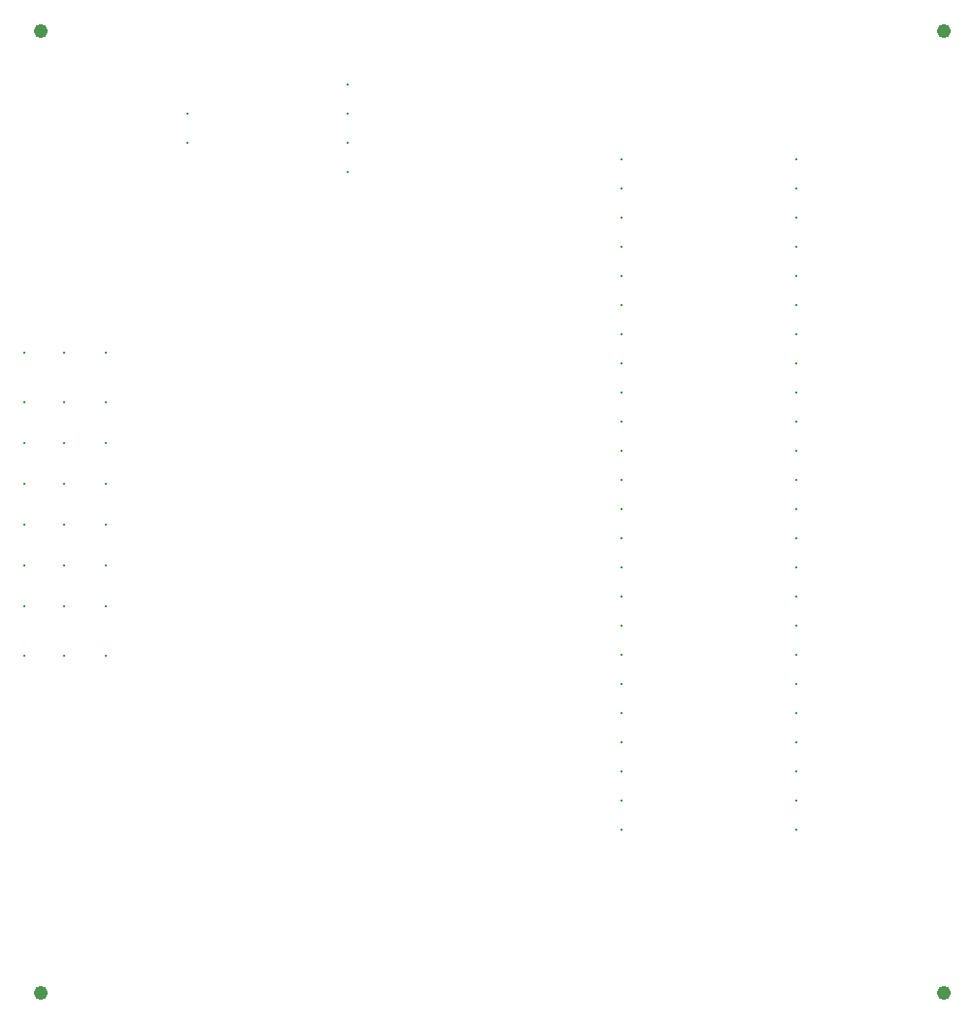
<source format=gbr>
%TF.GenerationSoftware,Altium Limited,Altium Designer,24.4.1 (13)*%
G04 Layer_Color=8388736*
%FSLAX45Y45*%
%MOMM*%
%TF.SameCoordinates,D1C9AD75-6FC3-430C-8E8E-54DC3705F24A*%
%TF.FilePolarity,Negative*%
%TF.FileFunction,Soldermask,Top*%
%TF.Part,Single*%
G01*
G75*
%TA.AperFunction,ComponentPad*%
%ADD22C,0.20320*%
%TA.AperFunction,ViaPad*%
%ADD23C,1.21920*%
%TA.AperFunction,ComponentPad*%
%ADD24R,0.20320X0.20320*%
D22*
X3162300Y7734300D02*
D03*
Y8089900D02*
D03*
Y8445500D02*
D03*
X3505200Y6235700D02*
D03*
Y6667500D02*
D03*
Y7023100D02*
D03*
Y7378700D02*
D03*
X3162300Y8877300D02*
D03*
X3873500D02*
D03*
Y8445500D02*
D03*
Y8089900D02*
D03*
Y7734300D02*
D03*
X3162300Y6235700D02*
D03*
Y6667500D02*
D03*
X3505200Y7734300D02*
D03*
Y8089900D02*
D03*
Y8445500D02*
D03*
X3873500Y7378700D02*
D03*
Y7023100D02*
D03*
Y6667500D02*
D03*
Y6235700D02*
D03*
X3505200Y8877300D02*
D03*
X3162300Y7378700D02*
D03*
Y7023100D02*
D03*
X4584700Y10960100D02*
D03*
Y10706100D02*
D03*
X5981700Y10452100D02*
D03*
Y10706100D02*
D03*
Y10960100D02*
D03*
Y11214100D02*
D03*
X9893300Y10566400D02*
D03*
Y10312400D02*
D03*
Y10058400D02*
D03*
Y9804400D02*
D03*
Y9550400D02*
D03*
Y9296400D02*
D03*
Y9042400D02*
D03*
Y8788400D02*
D03*
Y8534400D02*
D03*
Y4724400D02*
D03*
X8369300Y5486400D02*
D03*
Y5740400D02*
D03*
Y5994400D02*
D03*
Y6248400D02*
D03*
Y6502400D02*
D03*
Y6756400D02*
D03*
Y7010400D02*
D03*
Y7264400D02*
D03*
Y7518400D02*
D03*
Y7772400D02*
D03*
Y8026400D02*
D03*
Y8280400D02*
D03*
Y5232400D02*
D03*
Y4978400D02*
D03*
Y4724400D02*
D03*
Y8534400D02*
D03*
Y8788400D02*
D03*
Y9042400D02*
D03*
Y9296400D02*
D03*
Y9550400D02*
D03*
Y9804400D02*
D03*
Y10058400D02*
D03*
Y10312400D02*
D03*
Y10566400D02*
D03*
X9893300Y8280400D02*
D03*
Y8026400D02*
D03*
Y7772400D02*
D03*
Y7518400D02*
D03*
Y7264400D02*
D03*
Y7010400D02*
D03*
Y6756400D02*
D03*
Y6502400D02*
D03*
Y6248400D02*
D03*
Y5994400D02*
D03*
Y5740400D02*
D03*
Y5486400D02*
D03*
Y5232400D02*
D03*
D23*
X3302000Y3302000D02*
D03*
X11176000D02*
D03*
Y11684000D02*
D03*
X3302000D02*
D03*
D24*
X9893300Y4978400D02*
D03*
%TF.MD5,bb93f22548f6d62a17069ef51d1c4cd5*%
M02*

</source>
